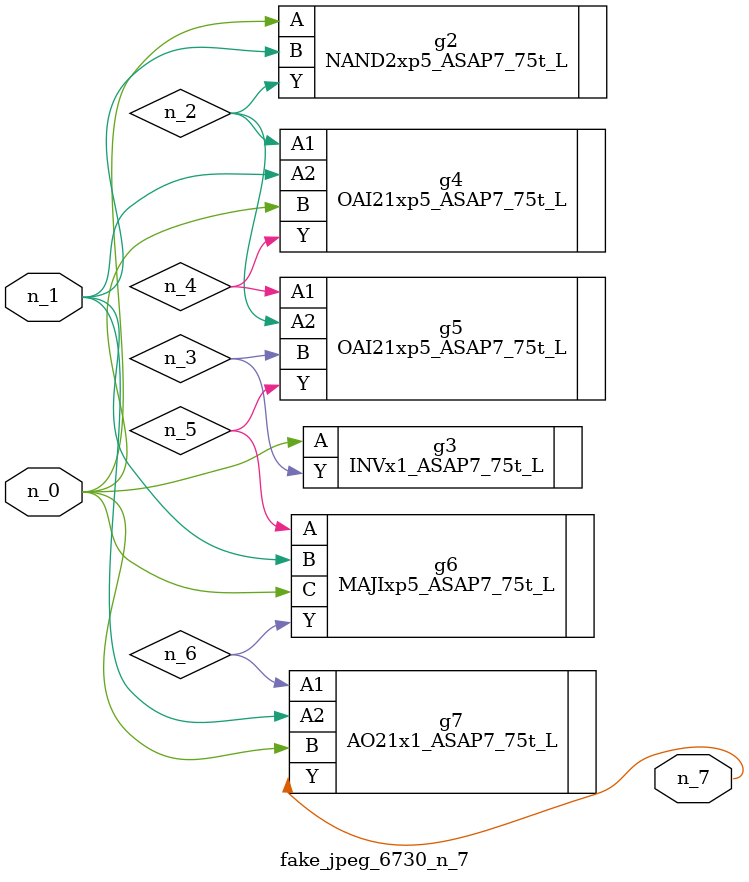
<source format=v>
module fake_jpeg_6730_n_7 (n_0, n_1, n_7);

input n_0;
input n_1;

output n_7;

wire n_3;
wire n_2;
wire n_4;
wire n_6;
wire n_5;

NAND2xp5_ASAP7_75t_L g2 ( 
.A(n_0),
.B(n_1),
.Y(n_2)
);

INVx1_ASAP7_75t_L g3 ( 
.A(n_0),
.Y(n_3)
);

OAI21xp5_ASAP7_75t_L g4 ( 
.A1(n_2),
.A2(n_1),
.B(n_0),
.Y(n_4)
);

OAI21xp5_ASAP7_75t_L g5 ( 
.A1(n_4),
.A2(n_2),
.B(n_3),
.Y(n_5)
);

MAJIxp5_ASAP7_75t_L g6 ( 
.A(n_5),
.B(n_1),
.C(n_0),
.Y(n_6)
);

AO21x1_ASAP7_75t_L g7 ( 
.A1(n_6),
.A2(n_1),
.B(n_0),
.Y(n_7)
);


endmodule
</source>
